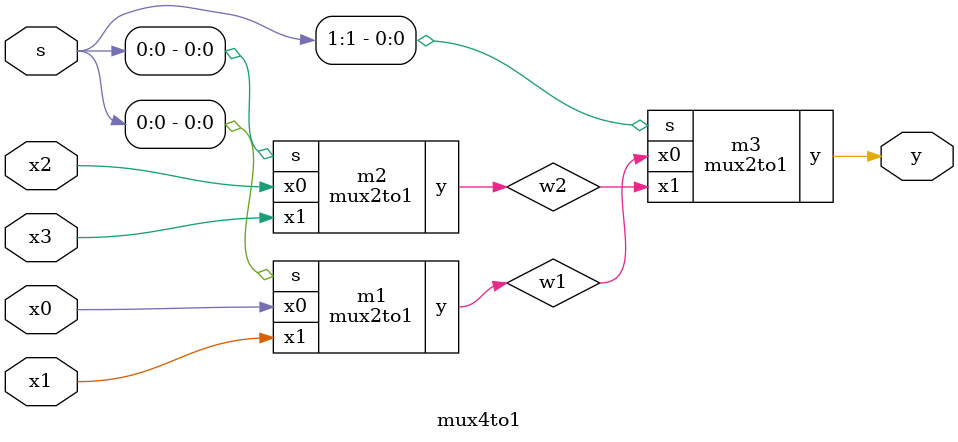
<source format=v>
module mux2to1(
  input x0,x1,
  input s,
  output y);
  
  assign y = s ? x1 : x0;
endmodule

module mux4to1(
  input x0,x1,x2,x3,
  input [1:0] s,
  output y);
  
  wire w1, w2;
  mux2to1 m1( .x0(x0), .x1(x1), .s(s[0]), .y(w1));
  mux2to1 m2( .x0(x2), .x1(x3), .s(s[0]), .y(w2));
  mux2to1 m3( .x0(w1), .x1(w2), .s(s[1]), .y(y));
endmodule

</source>
